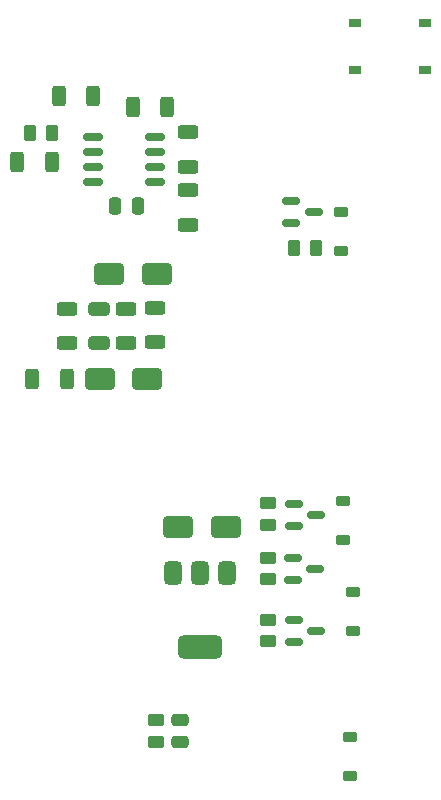
<source format=gtp>
G04 #@! TF.GenerationSoftware,KiCad,Pcbnew,8.0.2-8.0.2-0~ubuntu22.04.1*
G04 #@! TF.CreationDate,2024-05-24T15:40:40+07:00*
G04 #@! TF.ProjectId,PCB_design,5043425f-6465-4736-9967-6e2e6b696361,rev?*
G04 #@! TF.SameCoordinates,Original*
G04 #@! TF.FileFunction,Paste,Top*
G04 #@! TF.FilePolarity,Positive*
%FSLAX46Y46*%
G04 Gerber Fmt 4.6, Leading zero omitted, Abs format (unit mm)*
G04 Created by KiCad (PCBNEW 8.0.2-8.0.2-0~ubuntu22.04.1) date 2024-05-24 15:40:40*
%MOMM*%
%LPD*%
G01*
G04 APERTURE LIST*
G04 Aperture macros list*
%AMRoundRect*
0 Rectangle with rounded corners*
0 $1 Rounding radius*
0 $2 $3 $4 $5 $6 $7 $8 $9 X,Y pos of 4 corners*
0 Add a 4 corners polygon primitive as box body*
4,1,4,$2,$3,$4,$5,$6,$7,$8,$9,$2,$3,0*
0 Add four circle primitives for the rounded corners*
1,1,$1+$1,$2,$3*
1,1,$1+$1,$4,$5*
1,1,$1+$1,$6,$7*
1,1,$1+$1,$8,$9*
0 Add four rect primitives between the rounded corners*
20,1,$1+$1,$2,$3,$4,$5,0*
20,1,$1+$1,$4,$5,$6,$7,0*
20,1,$1+$1,$6,$7,$8,$9,0*
20,1,$1+$1,$8,$9,$2,$3,0*%
G04 Aperture macros list end*
%ADD10RoundRect,0.250000X0.262500X0.450000X-0.262500X0.450000X-0.262500X-0.450000X0.262500X-0.450000X0*%
%ADD11RoundRect,0.225000X0.375000X-0.225000X0.375000X0.225000X-0.375000X0.225000X-0.375000X-0.225000X0*%
%ADD12RoundRect,0.250000X-0.475000X0.250000X-0.475000X-0.250000X0.475000X-0.250000X0.475000X0.250000X0*%
%ADD13RoundRect,0.250000X-0.312500X-0.625000X0.312500X-0.625000X0.312500X0.625000X-0.312500X0.625000X0*%
%ADD14RoundRect,0.250000X0.450000X-0.262500X0.450000X0.262500X-0.450000X0.262500X-0.450000X-0.262500X0*%
%ADD15RoundRect,0.150000X0.675000X0.150000X-0.675000X0.150000X-0.675000X-0.150000X0.675000X-0.150000X0*%
%ADD16RoundRect,0.250000X-1.000000X-0.650000X1.000000X-0.650000X1.000000X0.650000X-1.000000X0.650000X0*%
%ADD17RoundRect,0.250000X0.625000X-0.312500X0.625000X0.312500X-0.625000X0.312500X-0.625000X-0.312500X0*%
%ADD18RoundRect,0.150000X-0.587500X-0.150000X0.587500X-0.150000X0.587500X0.150000X-0.587500X0.150000X0*%
%ADD19RoundRect,0.375000X-0.375000X0.625000X-0.375000X-0.625000X0.375000X-0.625000X0.375000X0.625000X0*%
%ADD20RoundRect,0.500000X-1.400000X0.500000X-1.400000X-0.500000X1.400000X-0.500000X1.400000X0.500000X0*%
%ADD21RoundRect,0.250000X-0.625000X0.312500X-0.625000X-0.312500X0.625000X-0.312500X0.625000X0.312500X0*%
%ADD22RoundRect,0.250000X0.312500X0.625000X-0.312500X0.625000X-0.312500X-0.625000X0.312500X-0.625000X0*%
%ADD23RoundRect,0.250000X-0.450000X0.262500X-0.450000X-0.262500X0.450000X-0.262500X0.450000X0.262500X0*%
%ADD24RoundRect,0.250000X0.650000X-0.325000X0.650000X0.325000X-0.650000X0.325000X-0.650000X-0.325000X0*%
%ADD25R,1.000000X0.700000*%
%ADD26RoundRect,0.250000X0.250000X0.475000X-0.250000X0.475000X-0.250000X-0.475000X0.250000X-0.475000X0*%
G04 APERTURE END LIST*
D10*
X105337500Y-46902651D03*
X107162500Y-46902651D03*
D11*
X132670000Y-85760000D03*
X132670000Y-89060000D03*
D12*
X118000000Y-98500000D03*
X118000000Y-96600000D03*
D13*
X108462500Y-67750000D03*
X105537500Y-67750000D03*
D14*
X125500000Y-84712500D03*
X125500000Y-82887500D03*
D11*
X131700000Y-53600000D03*
X131700000Y-56900000D03*
D14*
X125500000Y-88137500D03*
X125500000Y-89962500D03*
D15*
X110675000Y-51055000D03*
X110675000Y-49785000D03*
X110675000Y-48515000D03*
X110675000Y-47245000D03*
X115925000Y-47245000D03*
X115925000Y-48515000D03*
X115925000Y-49785000D03*
X115925000Y-51055000D03*
D16*
X115250000Y-67750000D03*
X111250000Y-67750000D03*
D17*
X115950000Y-61725000D03*
X115950000Y-64650000D03*
D16*
X116060000Y-58890000D03*
X112060000Y-58890000D03*
D11*
X132440000Y-98030000D03*
X132440000Y-101330000D03*
D18*
X129450000Y-83850000D03*
X127575000Y-84800000D03*
X127575000Y-82900000D03*
D17*
X113500000Y-61787500D03*
X113500000Y-64712500D03*
D14*
X125500000Y-78287500D03*
X125500000Y-80112500D03*
D18*
X129550000Y-79250000D03*
X127675000Y-80200000D03*
X127675000Y-78300000D03*
D17*
X118700000Y-51787500D03*
X118700000Y-54712500D03*
D18*
X129587500Y-89087500D03*
X127712500Y-90037500D03*
X127712500Y-88137500D03*
D13*
X107175000Y-49402651D03*
X104250000Y-49402651D03*
D19*
X117450000Y-84150000D03*
D20*
X119750000Y-90450000D03*
D19*
X119750000Y-84150000D03*
X122050000Y-84150000D03*
D17*
X108500000Y-61787500D03*
X108500000Y-64712500D03*
D10*
X127687500Y-56650000D03*
X129512500Y-56650000D03*
D18*
X129350000Y-53600000D03*
X127475000Y-54550000D03*
X127475000Y-52650000D03*
D21*
X118700000Y-49762500D03*
X118700000Y-46837500D03*
D22*
X114037500Y-44750000D03*
X116962500Y-44750000D03*
D23*
X116000000Y-98462500D03*
X116000000Y-96637500D03*
D24*
X111150000Y-61787500D03*
X111150000Y-64737500D03*
D22*
X107787500Y-43800000D03*
X110712500Y-43800000D03*
D16*
X121897349Y-80300000D03*
X117897349Y-80300000D03*
D11*
X131850000Y-78100000D03*
X131850000Y-81400000D03*
D25*
X138795000Y-37580000D03*
X138795000Y-41580000D03*
X132845000Y-41580000D03*
X132845000Y-37580000D03*
D26*
X112550000Y-53100000D03*
X114450000Y-53100000D03*
M02*

</source>
